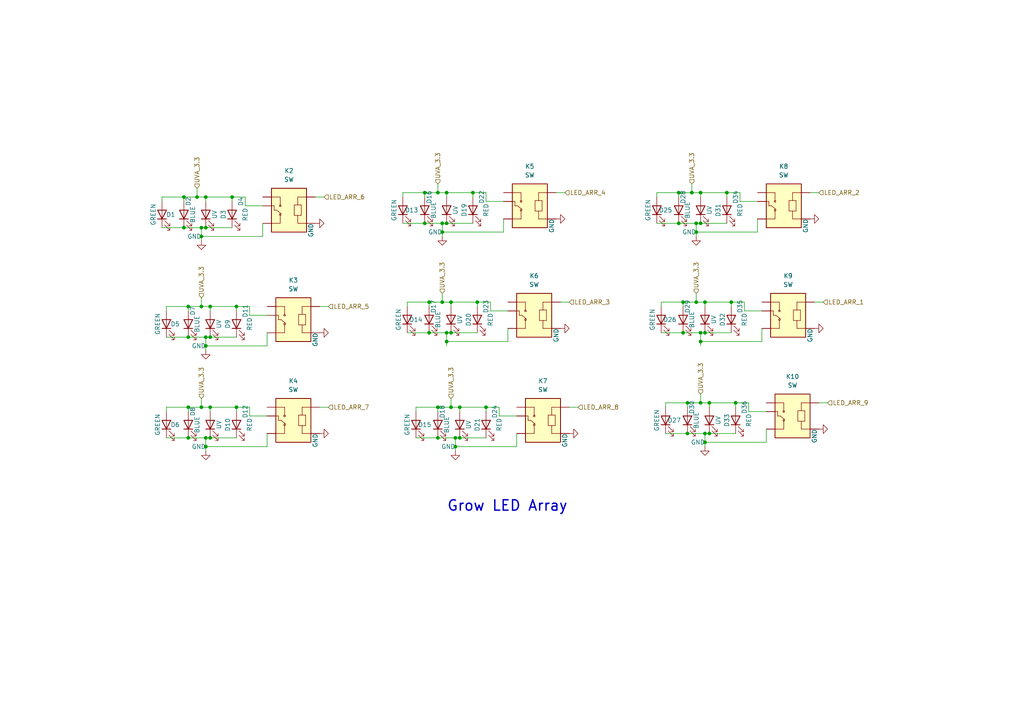
<source format=kicad_sch>
(kicad_sch (version 20211123) (generator eeschema)
  (paper "A4")
  (lib_symbols
    (symbol "Device:LED" (pin_numbers hide) (pin_names (offset 1.016) hide)
      (property "Reference" "D" (at 0 2.54 0))
      (property "Value" "LED" (at 0 -2.54 0))
      (symbol "LED_0_1"
        (polyline (pts (xy -1.27 -1.27) (xy -1.27 1.27)) (stroke (width 0.254)))
        (polyline (pts (xy -1.27 0) (xy 1.27 0)))
        (polyline (pts (xy 1.27 -1.27) (xy 1.27 1.27) (xy -1.27 0) (xy 1.27 -1.27)) (stroke (width 0.254)))
        (polyline (pts (xy -3.048 -0.762) (xy -4.572 -2.286) (xy -3.81 -2.286) (xy -4.572 -2.286) (xy -4.572 -1.524)))
        (polyline (pts (xy -1.778 -0.762) (xy -3.302 -2.286) (xy -2.54 -2.286) (xy -3.302 -2.286) (xy -3.302 -1.524)))
      )
      (symbol "LED_1_1"
        (pin passive line (at -3.81 0 0) (length 2.54) (name "K") (number "1"))
        (pin passive line (at 3.81 0 180) (length 2.54) (name "A") (number "2"))
      )
    )
    (symbol "SRD-05VDC-SL-C:SRD-05VDC-SL-C" (pin_numbers hide) (pin_names (offset 1.016) hide)
      (property "Reference" "K" (at -5.08 5.842 0))
      (property "Value" "SRD-05VDC-SL-C" (at -5.08 -10.16 0))
      (symbol "SRD-05VDC-SL-C_0_0"
        (rectangle (start -5.08 -7.62) (end 5.08 5.08) (stroke (width 0.254)) (fill (type background)))
        (polyline (pts (xy -5.08 2.54) (xy -2.54 2.54)) (stroke (width 0.1524)))
        (polyline (pts (xy -3.556 -2.794) (xy -2.54 -2.794)) (stroke (width 0.1524)))
        (polyline (pts (xy -3.556 0.254) (xy -3.556 -2.794)) (stroke (width 0.1524)))
        (polyline (pts (xy -2.54 -5.08) (xy -5.08 -5.08)) (stroke (width 0.1524)))
        (polyline (pts (xy -2.54 -2.794) (xy -2.54 -5.08)) (stroke (width 0.1524)))
        (polyline (pts (xy -2.54 -2.794) (xy -1.524 -2.794)) (stroke (width 0.1524)))
        (polyline (pts (xy -2.54 0.254) (xy -3.556 0.254)) (stroke (width 0.1524)))
        (polyline (pts (xy -2.54 2.54) (xy -2.54 0.254)) (stroke (width 0.1524)))
        (polyline (pts (xy -1.524 -2.794) (xy -1.524 0.254)) (stroke (width 0.1524)))
        (polyline (pts (xy -1.524 0.254) (xy -2.54 0.254)) (stroke (width 0.1524)))
        (polyline (pts (xy 2.54 -5.08) (xy 5.08 -5.08)) (stroke (width 0.1524)))
        (polyline (pts (xy 2.54 -2.54) (xy 2.54 -5.08)) (stroke (width 0.1524)))
        (polyline (pts (xy 2.54 2.54) (xy 2.54 0)) (stroke (width 0.1524)))
        (polyline (pts (xy 3.556 -1.27) (xy 2.286 -2.286)) (stroke (width 0.1524)))
        (polyline (pts (xy 3.556 -1.27) (xy 4.318 -1.27)) (stroke (width 0.1524)))
        (polyline (pts (xy 4.318 -1.27) (xy 4.318 0)) (stroke (width 0.1524)))
        (polyline (pts (xy 4.318 0) (xy 5.08 0)) (stroke (width 0.1524)))
        (polyline (pts (xy 5.08 2.54) (xy 2.54 2.54)) (stroke (width 0.1524)))
        (circle (center 2.54 -2.54) (radius 0.254) (stroke (width 0.1524)))
        (circle (center 2.54 0) (radius 0.254) (stroke (width 0.1524)))
        (pin passive line (at -7.62 2.54 0) (length 2.54) (name "~") (number "A1"))
        (pin passive line (at -7.62 -5.08 0) (length 2.54) (name "~") (number "A2"))
        (pin passive line (at 7.62 0 180) (length 2.54) (name "~") (number "COM"))
        (pin passive line (at 7.62 -5.08 180) (length 2.54) (name "~") (number "NC"))
        (pin passive line (at 7.62 2.54 180) (length 2.54) (name "~") (number "NO"))
      )
    )
    (symbol "power:GND" (power) (pin_names (offset 0))
      (property "Value" "GND" (at 0 -3.81 0))
      (symbol "GND_0_1"
        (polyline (pts (xy 0 0) (xy 0 -1.27) (xy 1.27 -1.27) (xy 0 -2.54) (xy -1.27 -1.27) (xy 0 -1.27)))
      )
      (symbol "GND_1_1"
        (pin power_in line (at 0 0 270) (length 0) hide (name "GND") (number "1"))
      )
    )
  )
  (junction (at 196.85 55.88))
  (junction (at 138.43 87.63))
  (junction (at 127 118.11))
  (junction (at 129.54 64.77))
  (junction (at 204.47 128.27))
  (junction (at 140.97 118.11))
  (junction (at 203.2 99.06))
  (junction (at 133.35 118.11))
  (junction (at 196.85 64.77))
  (junction (at 54.61 127))
  (junction (at 57.15 57.15))
  (junction (at 54.61 88.9))
  (junction (at 201.93 87.63))
  (junction (at 213.36 116.84))
  (junction (at 58.42 68.58))
  (junction (at 199.39 125.73))
  (junction (at 58.42 88.9))
  (junction (at 198.12 87.63))
  (junction (at 210.82 55.88))
  (junction (at 203.2 55.88))
  (junction (at 203.2 64.77))
  (junction (at 59.69 127))
  (junction (at 205.74 125.73))
  (junction (at 130.81 87.63))
  (junction (at 127 127))
  (junction (at 60.96 97.79))
  (junction (at 59.69 97.79))
  (junction (at 67.31 57.15))
  (junction (at 132.08 127))
  (junction (at 204.47 87.63))
  (junction (at 212.09 87.63))
  (junction (at 133.35 127))
  (junction (at 60.96 88.9))
  (junction (at 201.93 64.77))
  (junction (at 54.61 118.11))
  (junction (at 59.69 129.54))
  (junction (at 124.46 87.63))
  (junction (at 59.69 66.04))
  (junction (at 204.47 125.73))
  (junction (at 68.58 118.11))
  (junction (at 123.19 64.77))
  (junction (at 204.47 96.52))
  (junction (at 53.34 66.04))
  (junction (at 58.42 118.11))
  (junction (at 130.81 96.52))
  (junction (at 128.27 64.77))
  (junction (at 130.81 118.11))
  (junction (at 200.66 55.88))
  (junction (at 129.54 55.88))
  (junction (at 60.96 127))
  (junction (at 58.42 66.04))
  (junction (at 205.74 116.84))
  (junction (at 132.08 129.54))
  (junction (at 203.2 116.84))
  (junction (at 127 55.88))
  (junction (at 129.54 96.52))
  (junction (at 128.27 67.31))
  (junction (at 54.61 97.79))
  (junction (at 124.46 96.52))
  (junction (at 123.19 55.88))
  (junction (at 201.93 67.31))
  (junction (at 59.69 100.33))
  (junction (at 199.39 116.84))
  (junction (at 129.54 99.06))
  (junction (at 68.58 88.9))
  (junction (at 203.2 96.52))
  (junction (at 60.96 118.11))
  (junction (at 59.69 57.15))
  (junction (at 53.34 57.15))
  (junction (at 198.12 96.52))
  (junction (at 137.16 55.88))
  (junction (at 128.27 87.63))
  (wire (pts (xy 128.27 64.77) (xy 128.27 67.31)))
  (wire (pts (xy 59.69 97.79) (xy 60.96 97.79)))
  (wire (pts (xy 193.04 118.11) (xy 193.04 116.84)))
  (wire (pts (xy 58.42 68.58) (xy 76.2 68.58)))
  (wire (pts (xy 116.84 64.77) (xy 123.19 64.77)))
  (wire (pts (xy 58.42 115.57) (xy 58.42 118.11)))
  (wire (pts (xy 133.35 127) (xy 140.97 127)))
  (wire (pts (xy 60.96 127) (xy 68.58 127)))
  (wire (pts (xy 128.27 67.31) (xy 128.27 68.58)))
  (wire (pts (xy 201.93 67.31) (xy 201.93 68.58)))
  (wire (pts (xy 203.2 96.52) (xy 204.47 96.52)))
  (wire (pts (xy 93.98 57.15) (xy 91.44 57.15)))
  (wire (pts (xy 140.97 58.42) (xy 140.97 55.88)))
  (wire (pts (xy 68.58 90.17) (xy 68.58 88.9)))
  (wire (pts (xy 149.86 125.73) (xy 149.86 129.54)))
  (wire (pts (xy 204.47 125.73) (xy 205.74 125.73)))
  (wire (pts (xy 204.47 96.52) (xy 212.09 96.52)))
  (wire (pts (xy 140.97 55.88) (xy 137.16 55.88)))
  (wire (pts (xy 129.54 96.52) (xy 130.81 96.52)))
  (wire (pts (xy 215.9 87.63) (xy 212.09 87.63)))
  (wire (pts (xy 201.93 64.77) (xy 201.93 67.31)))
  (wire (pts (xy 217.17 119.38) (xy 217.17 116.84)))
  (wire (pts (xy 203.2 116.84) (xy 205.74 116.84)))
  (wire (pts (xy 201.93 64.77) (xy 203.2 64.77)))
  (wire (pts (xy 46.99 58.42) (xy 46.99 57.15)))
  (wire (pts (xy 210.82 57.15) (xy 210.82 55.88)))
  (wire (pts (xy 59.69 97.79) (xy 59.69 100.33)))
  (wire (pts (xy 201.93 87.63) (xy 204.47 87.63)))
  (wire (pts (xy 54.61 88.9) (xy 58.42 88.9)))
  (wire (pts (xy 240.03 116.84) (xy 237.49 116.84)))
  (wire (pts (xy 76.2 59.69) (xy 71.12 59.69)))
  (wire (pts (xy 59.69 58.42) (xy 59.69 57.15)))
  (wire (pts (xy 54.61 127) (xy 59.69 127)))
  (wire (pts (xy 204.47 125.73) (xy 204.47 128.27)))
  (wire (pts (xy 59.69 127) (xy 59.69 129.54)))
  (wire (pts (xy 191.77 96.52) (xy 198.12 96.52)))
  (wire (pts (xy 127 127) (xy 132.08 127)))
  (wire (pts (xy 54.61 97.79) (xy 59.69 97.79)))
  (wire (pts (xy 60.96 90.17) (xy 60.96 88.9)))
  (wire (pts (xy 57.15 54.61) (xy 57.15 57.15)))
  (wire (pts (xy 95.25 118.11) (xy 92.71 118.11)))
  (wire (pts (xy 212.09 88.9) (xy 212.09 87.63)))
  (wire (pts (xy 118.11 88.9) (xy 118.11 87.63)))
  (wire (pts (xy 203.2 96.52) (xy 203.2 99.06)))
  (wire (pts (xy 163.83 55.88) (xy 161.29 55.88)))
  (wire (pts (xy 204.47 87.63) (xy 212.09 87.63)))
  (wire (pts (xy 71.12 59.69) (xy 71.12 57.15)))
  (wire (pts (xy 132.08 127) (xy 133.35 127)))
  (wire (pts (xy 190.5 64.77) (xy 196.85 64.77)))
  (wire (pts (xy 200.66 53.34) (xy 200.66 55.88)))
  (wire (pts (xy 48.26 90.17) (xy 48.26 88.9)))
  (wire (pts (xy 204.47 128.27) (xy 222.25 128.27)))
  (wire (pts (xy 219.71 58.42) (xy 214.63 58.42)))
  (wire (pts (xy 54.61 118.11) (xy 58.42 118.11)))
  (wire (pts (xy 222.25 119.38) (xy 217.17 119.38)))
  (wire (pts (xy 58.42 86.36) (xy 58.42 88.9)))
  (wire (pts (xy 60.96 119.38) (xy 60.96 118.11)))
  (wire (pts (xy 53.34 57.15) (xy 57.15 57.15)))
  (wire (pts (xy 120.65 119.38) (xy 120.65 118.11)))
  (wire (pts (xy 220.98 95.25) (xy 220.98 99.06)))
  (wire (pts (xy 72.39 88.9) (xy 68.58 88.9)))
  (wire (pts (xy 71.12 57.15) (xy 67.31 57.15)))
  (wire (pts (xy 127 55.88) (xy 129.54 55.88)))
  (wire (pts (xy 129.54 57.15) (xy 129.54 55.88)))
  (wire (pts (xy 124.46 96.52) (xy 129.54 96.52)))
  (wire (pts (xy 58.42 118.11) (xy 60.96 118.11)))
  (wire (pts (xy 128.27 87.63) (xy 130.81 87.63)))
  (wire (pts (xy 128.27 85.09) (xy 128.27 87.63)))
  (wire (pts (xy 205.74 118.11) (xy 205.74 116.84)))
  (wire (pts (xy 127 119.38) (xy 127 118.11)))
  (wire (pts (xy 191.77 87.63) (xy 198.12 87.63)))
  (wire (pts (xy 127 118.11) (xy 130.81 118.11)))
  (wire (pts (xy 190.5 55.88) (xy 196.85 55.88)))
  (wire (pts (xy 72.39 120.65) (xy 72.39 118.11)))
  (wire (pts (xy 124.46 87.63) (xy 128.27 87.63)))
  (wire (pts (xy 138.43 88.9) (xy 138.43 87.63)))
  (wire (pts (xy 48.26 127) (xy 54.61 127)))
  (wire (pts (xy 129.54 64.77) (xy 137.16 64.77)))
  (wire (pts (xy 237.49 55.88) (xy 234.95 55.88)))
  (wire (pts (xy 46.99 57.15) (xy 53.34 57.15)))
  (wire (pts (xy 196.85 55.88) (xy 200.66 55.88)))
  (wire (pts (xy 54.61 90.17) (xy 54.61 88.9)))
  (wire (pts (xy 53.34 66.04) (xy 58.42 66.04)))
  (wire (pts (xy 76.2 64.77) (xy 76.2 68.58)))
  (wire (pts (xy 201.93 67.31) (xy 219.71 67.31)))
  (wire (pts (xy 130.81 87.63) (xy 138.43 87.63)))
  (wire (pts (xy 146.05 58.42) (xy 140.97 58.42)))
  (wire (pts (xy 48.26 118.11) (xy 54.61 118.11)))
  (wire (pts (xy 205.74 116.84) (xy 213.36 116.84)))
  (wire (pts (xy 214.63 58.42) (xy 214.63 55.88)))
  (wire (pts (xy 120.65 127) (xy 127 127)))
  (wire (pts (xy 222.25 124.46) (xy 222.25 128.27)))
  (wire (pts (xy 60.96 88.9) (xy 68.58 88.9)))
  (wire (pts (xy 59.69 100.33) (xy 59.69 101.6)))
  (wire (pts (xy 144.78 120.65) (xy 144.78 118.11)))
  (wire (pts (xy 116.84 55.88) (xy 123.19 55.88)))
  (wire (pts (xy 219.71 63.5) (xy 219.71 67.31)))
  (wire (pts (xy 191.77 88.9) (xy 191.77 87.63)))
  (wire (pts (xy 124.46 88.9) (xy 124.46 87.63)))
  (wire (pts (xy 144.78 118.11) (xy 140.97 118.11)))
  (wire (pts (xy 200.66 55.88) (xy 203.2 55.88)))
  (wire (pts (xy 59.69 129.54) (xy 77.47 129.54)))
  (wire (pts (xy 130.81 115.57) (xy 130.81 118.11)))
  (wire (pts (xy 123.19 55.88) (xy 127 55.88)))
  (wire (pts (xy 77.47 120.65) (xy 72.39 120.65)))
  (wire (pts (xy 167.64 118.11) (xy 165.1 118.11)))
  (wire (pts (xy 137.16 57.15) (xy 137.16 55.88)))
  (wire (pts (xy 59.69 66.04) (xy 67.31 66.04)))
  (wire (pts (xy 199.39 118.11) (xy 199.39 116.84)))
  (wire (pts (xy 72.39 118.11) (xy 68.58 118.11)))
  (wire (pts (xy 203.2 57.15) (xy 203.2 55.88)))
  (wire (pts (xy 213.36 118.11) (xy 213.36 116.84)))
  (wire (pts (xy 133.35 118.11) (xy 140.97 118.11)))
  (wire (pts (xy 48.26 88.9) (xy 54.61 88.9)))
  (wire (pts (xy 203.2 99.06) (xy 203.2 100.33)))
  (wire (pts (xy 123.19 64.77) (xy 128.27 64.77)))
  (wire (pts (xy 130.81 118.11) (xy 133.35 118.11)))
  (wire (pts (xy 147.32 90.17) (xy 142.24 90.17)))
  (wire (pts (xy 147.32 95.25) (xy 147.32 99.06)))
  (wire (pts (xy 129.54 99.06) (xy 129.54 100.33)))
  (wire (pts (xy 123.19 57.15) (xy 123.19 55.88)))
  (wire (pts (xy 116.84 57.15) (xy 116.84 55.88)))
  (wire (pts (xy 118.11 87.63) (xy 124.46 87.63)))
  (wire (pts (xy 58.42 88.9) (xy 60.96 88.9)))
  (wire (pts (xy 129.54 99.06) (xy 147.32 99.06)))
  (wire (pts (xy 238.76 87.63) (xy 236.22 87.63)))
  (wire (pts (xy 199.39 116.84) (xy 203.2 116.84)))
  (wire (pts (xy 77.47 96.52) (xy 77.47 100.33)))
  (wire (pts (xy 60.96 97.79) (xy 68.58 97.79)))
  (wire (pts (xy 205.74 125.73) (xy 213.36 125.73)))
  (wire (pts (xy 48.26 97.79) (xy 54.61 97.79)))
  (wire (pts (xy 214.63 55.88) (xy 210.82 55.88)))
  (wire (pts (xy 201.93 85.09) (xy 201.93 87.63)))
  (wire (pts (xy 217.17 116.84) (xy 213.36 116.84)))
  (wire (pts (xy 203.2 55.88) (xy 210.82 55.88)))
  (wire (pts (xy 58.42 66.04) (xy 58.42 68.58)))
  (wire (pts (xy 130.81 96.52) (xy 138.43 96.52)))
  (wire (pts (xy 67.31 58.42) (xy 67.31 57.15)))
  (wire (pts (xy 48.26 119.38) (xy 48.26 118.11)))
  (wire (pts (xy 127 53.34) (xy 127 55.88)))
  (wire (pts (xy 193.04 125.73) (xy 199.39 125.73)))
  (wire (pts (xy 57.15 57.15) (xy 59.69 57.15)))
  (wire (pts (xy 149.86 120.65) (xy 144.78 120.65)))
  (wire (pts (xy 58.42 68.58) (xy 58.42 69.85)))
  (wire (pts (xy 68.58 119.38) (xy 68.58 118.11)))
  (wire (pts (xy 133.35 119.38) (xy 133.35 118.11)))
  (wire (pts (xy 128.27 64.77) (xy 129.54 64.77)))
  (wire (pts (xy 128.27 67.31) (xy 146.05 67.31)))
  (wire (pts (xy 59.69 57.15) (xy 67.31 57.15)))
  (wire (pts (xy 203.2 99.06) (xy 220.98 99.06)))
  (wire (pts (xy 129.54 96.52) (xy 129.54 99.06)))
  (wire (pts (xy 60.96 118.11) (xy 68.58 118.11)))
  (wire (pts (xy 59.69 100.33) (xy 77.47 100.33)))
  (wire (pts (xy 198.12 88.9) (xy 198.12 87.63)))
  (wire (pts (xy 132.08 129.54) (xy 149.86 129.54)))
  (wire (pts (xy 196.85 64.77) (xy 201.93 64.77)))
  (wire (pts (xy 46.99 66.04) (xy 53.34 66.04)))
  (wire (pts (xy 146.05 63.5) (xy 146.05 67.31)))
  (wire (pts (xy 120.65 118.11) (xy 127 118.11)))
  (wire (pts (xy 72.39 91.44) (xy 72.39 88.9)))
  (wire (pts (xy 132.08 127) (xy 132.08 129.54)))
  (wire (pts (xy 193.04 116.84) (xy 199.39 116.84)))
  (wire (pts (xy 199.39 125.73) (xy 204.47 125.73)))
  (wire (pts (xy 203.2 64.77) (xy 210.82 64.77)))
  (wire (pts (xy 77.47 125.73) (xy 77.47 129.54)))
  (wire (pts (xy 95.25 88.9) (xy 92.71 88.9)))
  (wire (pts (xy 220.98 90.17) (xy 215.9 90.17)))
  (wire (pts (xy 165.1 87.63) (xy 162.56 87.63)))
  (wire (pts (xy 58.42 66.04) (xy 59.69 66.04)))
  (wire (pts (xy 198.12 87.63) (xy 201.93 87.63)))
  (wire (pts (xy 54.61 119.38) (xy 54.61 118.11)))
  (wire (pts (xy 130.81 88.9) (xy 130.81 87.63)))
  (wire (pts (xy 77.47 91.44) (xy 72.39 91.44)))
  (wire (pts (xy 129.54 55.88) (xy 137.16 55.88)))
  (wire (pts (xy 140.97 119.38) (xy 140.97 118.11)))
  (wire (pts (xy 59.69 129.54) (xy 59.69 130.81)))
  (wire (pts (xy 196.85 57.15) (xy 196.85 55.88)))
  (wire (pts (xy 59.69 127) (xy 60.96 127)))
  (wire (pts (xy 118.11 96.52) (xy 124.46 96.52)))
  (wire (pts (xy 132.08 129.54) (xy 132.08 130.81)))
  (wire (pts (xy 190.5 57.15) (xy 190.5 55.88)))
  (wire (pts (xy 53.34 58.42) (xy 53.34 57.15)))
  (wire (pts (xy 204.47 128.27) (xy 204.47 129.54)))
  (wire (pts (xy 204.47 88.9) (xy 204.47 87.63)))
  (wire (pts (xy 198.12 96.52) (xy 203.2 96.52)))
  (wire (pts (xy 215.9 90.17) (xy 215.9 87.63)))
  (wire (pts (xy 142.24 87.63) (xy 138.43 87.63)))
  (wire (pts (xy 142.24 90.17) (xy 142.24 87.63)))
  (wire (pts (xy 203.2 114.3) (xy 203.2 116.84)))
  (text "Grow LED Array" (at 129.54 148.59 0) (effects (font (size 3 3) (thickness 0.4) bold) (justify left bottom)))
  (hierarchical_label "LED_ARR_5" (shape input) (at 95.25 88.9 0))
  (hierarchical_label "UVA_3.3" (shape input) (at 58.42 86.36 90))
  (hierarchical_label "LED_ARR_1" (shape input) (at 238.76 87.63 0))
  (hierarchical_label "UVA_3.3" (shape input) (at 128.27 85.09 90))
  (hierarchical_label "LED_ARR_4" (shape input) (at 163.83 55.88 0))
  (hierarchical_label "UVA_3.3" (shape input) (at 130.81 115.57 90))
  (hierarchical_label "LED_ARR_9" (shape input) (at 240.03 116.84 0))
  (hierarchical_label "LED_ARR_3" (shape input) (at 165.1 87.63 0))
  (hierarchical_label "LED_ARR_8" (shape input) (at 167.64 118.11 0))
  (hierarchical_label "UVA_3.3" (shape input) (at 201.93 85.09 90))
  (hierarchical_label "UVA_3.3" (shape input) (at 203.2 114.3 90))
  (hierarchical_label "LED_ARR_2" (shape input) (at 237.49 55.88 0))
  (hierarchical_label "LED_ARR_6" (shape input) (at 93.98 57.15 0))
  (hierarchical_label "LED_ARR_7" (shape input) (at 95.25 118.11 0))
  (hierarchical_label "UVA_3.3" (shape input) (at 57.15 54.61 90))
  (hierarchical_label "UVA_3.3" (shape input) (at 127 53.34 90))
  (hierarchical_label "UVA_3.3" (shape input) (at 58.42 115.57 90))
  (hierarchical_label "UVA_3.3" (shape input) (at 200.66 53.34 90))
  (symbol (lib_id "Device:LED") (at 203.2 60.96 90) (unit 1)
    (property "Reference" "D31" (at 208.28 60.96 0))
    (property "Value" "UV" (at 205.74 60.96 0))
  )
  (symbol (lib_id "power:GND") (at 237.49 124.46 90) (mirror x) (unit 1)
    (property "Reference" "#PWR020" (effects hide))
    (property "Value" "GND" (at 236.22 124.4601 0) (effects (justify left)))
  )
  (symbol (lib_id "SRD-05VDC-SL-C:SRD-05VDC-SL-C") (at 157.48 120.65 0) (mirror y) (unit 1)
    (property "Reference" "K7" (at 157.48 110.49 0))
    (property "Value" "SW" (at 157.48 113.03 0))
    (property "Footprint" "RELAY_SRD-05VDC-SL-C" (effects hide))
    (property "STANDARD" "IPC-7251" (effects hide))
    (property "MANUFACTURER" "SONGLE RELAY" (effects hide))
  )
  (symbol (lib_id "Device:LED") (at 204.47 92.71 90) (unit 1)
    (property "Reference" "D32" (at 209.55 92.71 0))
    (property "Value" "UV" (at 207.01 92.71 0))
  )
  (symbol (lib_id "Device:LED") (at 67.31 62.23 90) (unit 1)
    (property "Reference" "D4" (at 69.85 58.42 0))
    (property "Value" "RED" (at 71.12 62.23 0))
  )
  (symbol (lib_id "SRD-05VDC-SL-C:SRD-05VDC-SL-C") (at 153.67 58.42 0) (mirror y) (unit 1)
    (property "Reference" "K5" (at 153.67 48.26 0))
    (property "Value" "SW" (at 153.67 50.8 0))
    (property "Footprint" "RELAY_SRD-05VDC-SL-C" (effects hide))
    (property "STANDARD" "IPC-7251" (effects hide))
    (property "MANUFACTURER" "SONGLE RELAY" (effects hide))
  )
  (symbol (lib_id "SRD-05VDC-SL-C:SRD-05VDC-SL-C") (at 228.6 90.17 0) (mirror y) (unit 1)
    (property "Reference" "K9" (at 228.6 80.01 0))
    (property "Value" "SW" (at 228.6 82.55 0))
    (property "Footprint" "RELAY_SRD-05VDC-SL-C" (effects hide))
    (property "STANDARD" "IPC-7251" (effects hide))
    (property "MANUFACTURER" "SONGLE RELAY" (effects hide))
  )
  (symbol (lib_id "Device:LED") (at 137.16 60.96 90) (unit 1)
    (property "Reference" "D22" (at 139.7 57.15 0))
    (property "Value" "RED" (at 140.97 60.96 0))
  )
  (symbol (lib_id "power:GND") (at 161.29 63.5 90) (mirror x) (unit 1)
    (property "Reference" "#PWR013" (effects hide))
    (property "Value" "GND" (at 160.02 63.5001 0) (effects (justify left)))
  )
  (symbol (lib_id "SRD-05VDC-SL-C:SRD-05VDC-SL-C") (at 229.87 119.38 0) (mirror y) (unit 1)
    (property "Reference" "K10" (at 229.87 109.22 0))
    (property "Value" "SW" (at 229.87 111.76 0))
    (property "Footprint" "RELAY_SRD-05VDC-SL-C" (effects hide))
    (property "STANDARD" "IPC-7251" (effects hide))
    (property "MANUFACTURER" "SONGLE RELAY" (effects hide))
  )
  (symbol (lib_id "Device:LED") (at 127 123.19 90) (unit 1)
    (property "Reference" "D18" (at 128.27 119.38 0))
    (property "Value" "BLUE" (at 129.54 123.19 0))
  )
  (symbol (lib_id "Device:LED") (at 54.61 123.19 90) (unit 1)
    (property "Reference" "D8" (at 55.88 119.38 0))
    (property "Value" "BLUE" (at 57.15 123.19 0))
  )
  (symbol (lib_id "power:GND") (at 128.27 68.58 0) (mirror y) (unit 1)
    (property "Reference" "#PWR011" (effects hide))
    (property "Value" "GND" (at 128.2699 67.31 0) (effects (justify left)))
  )
  (symbol (lib_id "power:GND") (at 162.56 95.25 90) (mirror x) (unit 1)
    (property "Reference" "#PWR014" (effects hide))
    (property "Value" "GND" (at 161.29 95.2501 0) (effects (justify left)))
  )
  (symbol (lib_id "Device:LED") (at 199.39 121.92 90) (unit 1)
    (property "Reference" "D30" (at 200.66 118.11 0))
    (property "Value" "BLUE" (at 201.93 121.92 0))
  )
  (symbol (lib_id "power:GND") (at 92.71 96.52 90) (mirror x) (unit 1)
    (property "Reference" "#PWR09" (effects hide))
    (property "Value" "GND" (at 91.44 96.5201 0) (effects (justify left)))
  )
  (symbol (lib_id "power:GND") (at 132.08 130.81 0) (mirror y) (unit 1)
    (property "Reference" "#PWR012" (effects hide))
    (property "Value" "GND" (at 132.0799 129.54 0) (effects (justify left)))
  )
  (symbol (lib_id "Device:LED") (at 123.19 60.96 90) (unit 1)
    (property "Reference" "D16" (at 124.46 57.15 0))
    (property "Value" "BLUE" (at 125.73 60.96 0))
  )
  (symbol (lib_id "Device:LED") (at 59.69 62.23 90) (unit 1)
    (property "Reference" "D3" (at 64.77 62.23 0))
    (property "Value" "UV" (at 62.23 62.23 0))
  )
  (symbol (lib_id "power:GND") (at 201.93 68.58 0) (mirror y) (unit 1)
    (property "Reference" "#PWR016" (effects hide))
    (property "Value" "GND" (at 201.9299 67.31 0) (effects (justify left)))
  )
  (symbol (lib_id "Device:LED") (at 68.58 123.19 90) (unit 1)
    (property "Reference" "D12" (at 71.12 119.38 0))
    (property "Value" "RED" (at 72.39 123.19 0))
  )
  (symbol (lib_id "Device:LED") (at 60.96 93.98 90) (unit 1)
    (property "Reference" "D9" (at 66.04 93.98 0))
    (property "Value" "UV" (at 63.5 93.98 0))
  )
  (symbol (lib_id "SRD-05VDC-SL-C:SRD-05VDC-SL-C") (at 85.09 91.44 0) (mirror y) (unit 1)
    (property "Reference" "K3" (at 85.09 81.28 0))
    (property "Value" "SW" (at 85.09 83.82 0))
    (property "Footprint" "RELAY_SRD-05VDC-SL-C" (effects hide))
    (property "STANDARD" "IPC-7251" (effects hide))
    (property "MANUFACTURER" "SONGLE RELAY" (effects hide))
  )
  (symbol (lib_id "Device:LED") (at 196.85 60.96 90) (unit 1)
    (property "Reference" "D28" (at 198.12 57.15 0))
    (property "Value" "BLUE" (at 199.39 60.96 0))
  )
  (symbol (lib_id "power:GND") (at 58.42 69.85 0) (mirror y) (unit 1)
    (property "Reference" "#PWR04" (effects hide))
    (property "Value" "GND" (at 58.4199 68.58 0) (effects (justify left)))
  )
  (symbol (lib_id "power:GND") (at 234.95 63.5 90) (mirror x) (unit 1)
    (property "Reference" "#PWR018" (effects hide))
    (property "Value" "GND" (at 233.68 63.5001 0) (effects (justify left)))
  )
  (symbol (lib_id "power:GND") (at 59.69 130.81 0) (mirror y) (unit 1)
    (property "Reference" "#PWR08" (effects hide))
    (property "Value" "GND" (at 59.6899 129.54 0) (effects (justify left)))
  )
  (symbol (lib_id "SRD-05VDC-SL-C:SRD-05VDC-SL-C") (at 154.94 90.17 0) (mirror y) (unit 1)
    (property "Reference" "K6" (at 154.94 80.01 0))
    (property "Value" "SW" (at 154.94 82.55 0))
    (property "Footprint" "RELAY_SRD-05VDC-SL-C" (effects hide))
    (property "STANDARD" "IPC-7251" (effects hide))
    (property "MANUFACTURER" "SONGLE RELAY" (effects hide))
  )
  (symbol (lib_id "Device:LED") (at 191.77 92.71 90) (unit 1)
    (property "Reference" "D26" (at 194.31 92.71 90))
    (property "Value" "GREEN" (at 189.23 92.71 0))
  )
  (symbol (lib_id "power:GND") (at 236.22 95.25 90) (mirror x) (unit 1)
    (property "Reference" "#PWR019" (effects hide))
    (property "Value" "GND" (at 234.95 95.2501 0) (effects (justify left)))
  )
  (symbol (lib_id "Device:LED") (at 60.96 123.19 90) (unit 1)
    (property "Reference" "D10" (at 66.04 123.19 0))
    (property "Value" "UV" (at 63.5 123.19 0))
  )
  (symbol (lib_id "Device:LED") (at 129.54 60.96 90) (unit 1)
    (property "Reference" "D19" (at 134.62 60.96 0))
    (property "Value" "UV" (at 132.08 60.96 0))
  )
  (symbol (lib_id "Device:LED") (at 198.12 92.71 90) (unit 1)
    (property "Reference" "D29" (at 199.39 88.9 0))
    (property "Value" "BLUE" (at 200.66 92.71 0))
  )
  (symbol (lib_id "power:GND") (at 59.69 101.6 0) (mirror y) (unit 1)
    (property "Reference" "#PWR07" (effects hide))
    (property "Value" "GND" (at 59.6899 100.33 0) (effects (justify left)))
  )
  (symbol (lib_id "Device:LED") (at 116.84 60.96 90) (unit 1)
    (property "Reference" "D13" (at 119.38 60.96 90))
    (property "Value" "GREEN" (at 114.3 60.96 0))
  )
  (symbol (lib_id "SRD-05VDC-SL-C:SRD-05VDC-SL-C") (at 227.33 58.42 0) (mirror y) (unit 1)
    (property "Reference" "K8" (at 227.33 48.26 0))
    (property "Value" "SW" (at 227.33 50.8 0))
    (property "Footprint" "RELAY_SRD-05VDC-SL-C" (effects hide))
    (property "STANDARD" "IPC-7251" (effects hide))
    (property "MANUFACTURER" "SONGLE RELAY" (effects hide))
  )
  (symbol (lib_id "Device:LED") (at 118.11 92.71 90) (unit 1)
    (property "Reference" "D14" (at 120.65 92.71 90))
    (property "Value" "GREEN" (at 115.57 92.71 0))
  )
  (symbol (lib_id "Device:LED") (at 140.97 123.19 90) (unit 1)
    (property "Reference" "D24" (at 143.51 119.38 0))
    (property "Value" "RED" (at 144.78 123.19 0))
  )
  (symbol (lib_id "Device:LED") (at 190.5 60.96 90) (unit 1)
    (property "Reference" "D25" (at 193.04 60.96 90))
    (property "Value" "GREEN" (at 187.96 60.96 0))
  )
  (symbol (lib_id "Device:LED") (at 68.58 93.98 90) (unit 1)
    (property "Reference" "D11" (at 71.12 90.17 0))
    (property "Value" "RED" (at 72.39 93.98 0))
  )
  (symbol (lib_id "Device:LED") (at 48.26 93.98 90) (unit 1)
    (property "Reference" "D5" (at 50.8 93.98 90))
    (property "Value" "GREEN" (at 45.72 93.98 0))
  )
  (symbol (lib_id "Device:LED") (at 212.09 92.71 90) (unit 1)
    (property "Reference" "D35" (at 214.63 88.9 0))
    (property "Value" "RED" (at 215.9 92.71 0))
  )
  (symbol (lib_id "Device:LED") (at 130.81 92.71 90) (unit 1)
    (property "Reference" "D20" (at 135.89 92.71 0))
    (property "Value" "UV" (at 133.35 92.71 0))
  )
  (symbol (lib_id "Device:LED") (at 138.43 92.71 90) (unit 1)
    (property "Reference" "D23" (at 140.97 88.9 0))
    (property "Value" "RED" (at 142.24 92.71 0))
  )
  (symbol (lib_id "Device:LED") (at 193.04 121.92 90) (unit 1)
    (property "Reference" "D27" (at 195.58 121.92 90))
    (property "Value" "GREEN" (at 190.5 121.92 0))
  )
  (symbol (lib_id "SRD-05VDC-SL-C:SRD-05VDC-SL-C") (at 83.82 59.69 0) (mirror y) (unit 1)
    (property "Reference" "K2" (at 83.82 49.53 0))
    (property "Value" "SW" (at 83.82 52.07 0))
    (property "Footprint" "RELAY_SRD-05VDC-SL-C" (effects hide))
    (property "STANDARD" "IPC-7251" (effects hide))
    (property "MANUFACTURER" "SONGLE RELAY" (effects hide))
  )
  (symbol (lib_id "Device:LED") (at 133.35 123.19 90) (unit 1)
    (property "Reference" "D21" (at 138.43 123.19 0))
    (property "Value" "UV" (at 135.89 123.19 0))
  )
  (symbol (lib_id "power:GND") (at 92.71 125.73 90) (mirror x) (unit 1)
    (property "Reference" "#PWR010" (effects hide))
    (property "Value" "GND" (at 91.44 125.7301 0) (effects (justify left)))
  )
  (symbol (lib_id "Device:LED") (at 213.36 121.92 90) (unit 1)
    (property "Reference" "D36" (at 215.9 118.11 0))
    (property "Value" "RED" (at 217.17 121.92 0))
  )
  (symbol (lib_id "Device:LED") (at 48.26 123.19 90) (unit 1)
    (property "Reference" "D6" (at 50.8 123.19 90))
    (property "Value" "GREEN" (at 45.72 123.19 0))
  )
  (symbol (lib_id "Device:LED") (at 120.65 123.19 90) (unit 1)
    (property "Reference" "D15" (at 123.19 123.19 90))
    (property "Value" "GREEN" (at 118.11 123.19 0))
  )
  (symbol (lib_id "SRD-05VDC-SL-C:SRD-05VDC-SL-C") (at 85.09 120.65 0) (mirror y) (unit 1)
    (property "Reference" "K4" (at 85.09 110.49 0))
    (property "Value" "SW" (at 85.09 113.03 0))
    (property "Footprint" "RELAY_SRD-05VDC-SL-C" (effects hide))
    (property "STANDARD" "IPC-7251" (effects hide))
    (property "MANUFACTURER" "SONGLE RELAY" (effects hide))
  )
  (symbol (lib_id "Device:LED") (at 210.82 60.96 90) (unit 1)
    (property "Reference" "D34" (at 213.36 57.15 0))
    (property "Value" "RED" (at 214.63 60.96 0))
  )
  (symbol (lib_id "Device:LED") (at 205.74 121.92 90) (unit 1)
    (property "Reference" "D33" (at 210.82 121.92 0))
    (property "Value" "UV" (at 208.28 121.92 0))
  )
  (symbol (lib_id "power:GND") (at 91.44 64.77 90) (mirror x) (unit 1)
    (property "Reference" "#PWR05" (effects hide))
    (property "Value" "GND" (at 90.17 64.7701 0) (effects (justify left)))
  )
  (symbol (lib_id "Device:LED") (at 46.99 62.23 90) (unit 1)
    (property "Reference" "D1" (at 49.53 62.23 90))
    (property "Value" "GREEN" (at 44.45 62.23 0))
  )
  (symbol (lib_id "power:GND") (at 165.1 125.73 90) (mirror x) (unit 1)
    (property "Reference" "#PWR015" (effects hide))
    (property "Value" "GND" (at 163.83 125.7301 0) (effects (justify left)))
  )
  (symbol (lib_id "Device:LED") (at 124.46 92.71 90) (unit 1)
    (property "Reference" "D17" (at 125.73 88.9 0))
    (property "Value" "BLUE" (at 127 92.71 0))
  )
  (symbol (lib_id "power:GND") (at 204.47 129.54 0) (mirror y) (unit 1)
    (property "Reference" "#PWR017" (effects hide))
    (property "Value" "GND" (at 204.4699 128.27 0) (effects (justify left)))
  )
  (symbol (lib_id "Device:LED") (at 53.34 62.23 90) (unit 1)
    (property "Reference" "D2" (at 54.61 58.42 0))
    (property "Value" "BLUE" (at 55.88 62.23 0))
  )
  (symbol (lib_id "Device:LED") (at 54.61 93.98 90) (unit 1)
    (property "Reference" "D7" (at 55.88 90.17 0))
    (property "Value" "BLUE" (at 57.15 93.98 0))
  )
)
</source>
